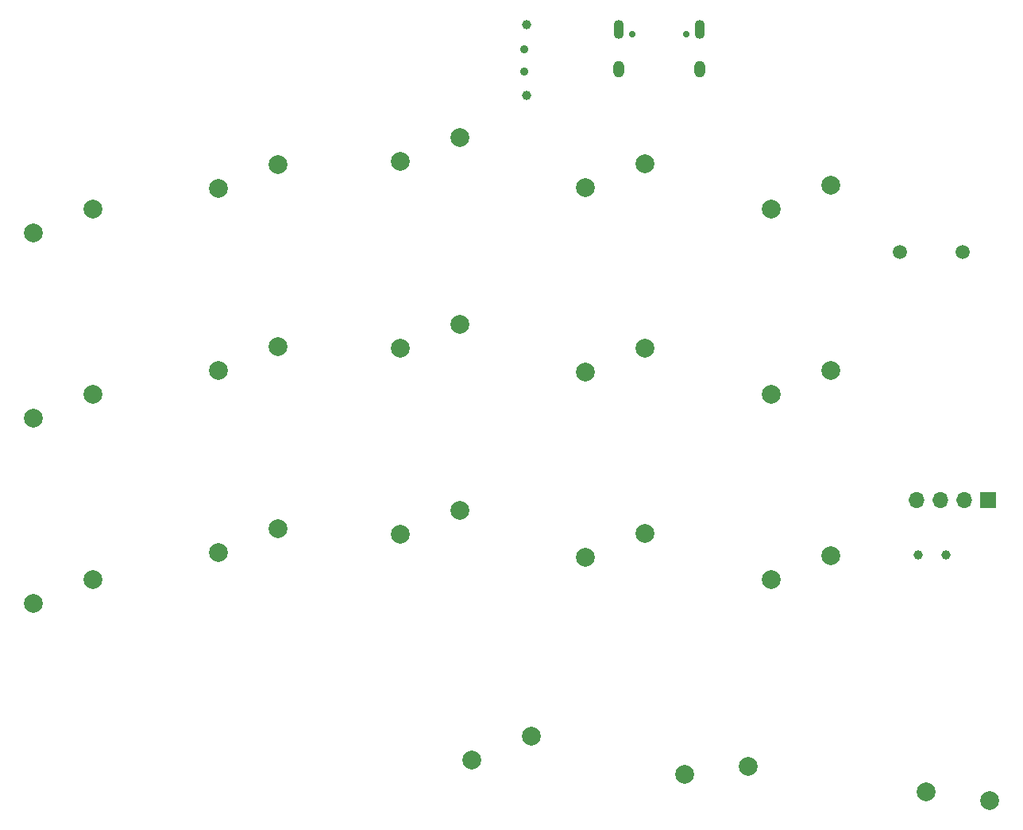
<source format=gbr>
%TF.GenerationSoftware,KiCad,Pcbnew,8.0.8*%
%TF.CreationDate,2025-02-15T14:10:54+01:00*%
%TF.ProjectId,sichergo-left,73696368-6572-4676-9f2d-6c6566742e6b,rev?*%
%TF.SameCoordinates,Original*%
%TF.FileFunction,Copper,L2,Inr*%
%TF.FilePolarity,Positive*%
%FSLAX46Y46*%
G04 Gerber Fmt 4.6, Leading zero omitted, Abs format (unit mm)*
G04 Created by KiCad (PCBNEW 8.0.8) date 2025-02-15 14:10:54*
%MOMM*%
%LPD*%
G01*
G04 APERTURE LIST*
%TA.AperFunction,ComponentPad*%
%ADD10C,2.000000*%
%TD*%
%TA.AperFunction,ComponentPad*%
%ADD11C,1.000000*%
%TD*%
%TA.AperFunction,ComponentPad*%
%ADD12C,0.700000*%
%TD*%
%TA.AperFunction,ComponentPad*%
%ADD13O,1.100000X2.000000*%
%TD*%
%TA.AperFunction,ComponentPad*%
%ADD14O,1.200000X1.800000*%
%TD*%
%TA.AperFunction,ComponentPad*%
%ADD15C,1.500000*%
%TD*%
%TA.AperFunction,ComponentPad*%
%ADD16R,1.700000X1.700000*%
%TD*%
%TA.AperFunction,ComponentPad*%
%ADD17O,1.700000X1.700000*%
%TD*%
%TA.AperFunction,ComponentPad*%
%ADD18C,0.900000*%
%TD*%
G04 APERTURE END LIST*
D10*
%TO.N,/KB_COL_4*%
%TO.C,SW17*%
X173101000Y-113411000D03*
%TO.N,Net-(D36-A)*%
X179451001Y-110871000D03*
%TD*%
%TO.N,/KB_COL_1*%
%TO.C,SW5*%
X114173000Y-91122500D03*
%TO.N,Net-(D12-A)*%
X120523001Y-88582500D03*
%TD*%
%TO.N,/KB_COL_0*%
%TO.C,SW2*%
X94488000Y-96202500D03*
%TO.N,Net-(D6-A)*%
X100838001Y-93662500D03*
%TD*%
%TO.N,/KB_COL_3*%
%TO.C,SW13*%
X153289000Y-110998000D03*
%TO.N,Net-(D28-A)*%
X159639001Y-108458000D03*
%TD*%
D11*
%TO.N,*%
%TO.C,SW19*%
X188750000Y-110750000D03*
X191750000Y-110750000D03*
%TD*%
D12*
%TO.N,*%
%TO.C,USB1*%
X158290000Y-55320001D03*
X164070000Y-55320001D03*
D13*
%TO.N,Net-(C13-Pad1)*%
X156860000Y-54790000D03*
D14*
X156860000Y-59000000D03*
D13*
X165500000Y-54790000D03*
D14*
X165500000Y-59000000D03*
%TD*%
D10*
%TO.N,/KB_COL_2*%
%TO.C,SW10*%
X141224000Y-132588000D03*
%TO.N,Net-(D21-A)*%
X147574001Y-130048000D03*
%TD*%
%TO.N,/KB_COL_3*%
%TO.C,SW11*%
X153289000Y-71628000D03*
%TO.N,Net-(D26-A)*%
X159639001Y-69088000D03*
%TD*%
%TO.N,/KB_COL_3*%
%TO.C,SW14*%
X163855222Y-134101448D03*
%TO.N,Net-(D29-A)*%
X170646251Y-133291497D03*
%TD*%
%TO.N,/KB_COL_4*%
%TO.C,SW16*%
X173101000Y-93662500D03*
%TO.N,Net-(D35-A)*%
X179451001Y-91122500D03*
%TD*%
%TO.N,/KB_COL_4*%
%TO.C,SW18*%
X189613443Y-135976295D03*
%TO.N,Net-(D37-A)*%
X196382705Y-136951591D03*
%TD*%
D15*
%TO.N,*%
%TO.C,Audio1*%
X186800000Y-78500000D03*
X193500000Y-78500000D03*
%TD*%
D10*
%TO.N,/KB_COL_1*%
%TO.C,SW4*%
X114173000Y-71755000D03*
%TO.N,Net-(D11-A)*%
X120523001Y-69215000D03*
%TD*%
%TO.N,/KB_COL_1*%
%TO.C,SW6*%
X114173000Y-110490000D03*
%TO.N,Net-(D13-A)*%
X120523001Y-107950000D03*
%TD*%
D16*
%TO.N,GND*%
%TO.C,J1*%
X196195000Y-104913800D03*
D17*
%TO.N,+3V3*%
X193655000Y-104913799D03*
%TO.N,Net-(J1-Pin_3)*%
X191115001Y-104913800D03*
%TO.N,Net-(J1-Pin_4)*%
X188575000Y-104913800D03*
%TD*%
D10*
%TO.N,/KB_COL_4*%
%TO.C,SW15*%
X173101000Y-73914000D03*
%TO.N,Net-(D34-A)*%
X179451001Y-71374000D03*
%TD*%
%TO.N,/KB_COL_0*%
%TO.C,SW1*%
X94488000Y-76454000D03*
%TO.N,Net-(D5-A)*%
X100838001Y-73914000D03*
%TD*%
%TO.N,/KB_COL_2*%
%TO.C,SW7*%
X133604000Y-68834000D03*
%TO.N,Net-(D18-A)*%
X139954001Y-66294000D03*
%TD*%
%TO.N,/KB_COL_3*%
%TO.C,SW12*%
X153289000Y-91313000D03*
%TO.N,Net-(D27-A)*%
X159639001Y-88773000D03*
%TD*%
%TO.N,/KB_COL_2*%
%TO.C,SW9*%
X133604000Y-108585000D03*
%TO.N,Net-(D20-A)*%
X139954001Y-106045000D03*
%TD*%
%TO.N,/KB_COL_2*%
%TO.C,SW8*%
X133604000Y-88709500D03*
%TO.N,Net-(D19-A)*%
X139954001Y-86169500D03*
%TD*%
D18*
%TO.N,*%
%TO.C,U3*%
X146750000Y-59250000D03*
X146750000Y-56950000D03*
D11*
%TO.N,GND*%
X147060000Y-54320000D03*
X147060000Y-61820000D03*
%TD*%
D10*
%TO.N,/KB_COL_0*%
%TO.C,SW3*%
X94488000Y-115951000D03*
%TO.N,Net-(D7-A)*%
X100838001Y-113411000D03*
%TD*%
M02*

</source>
